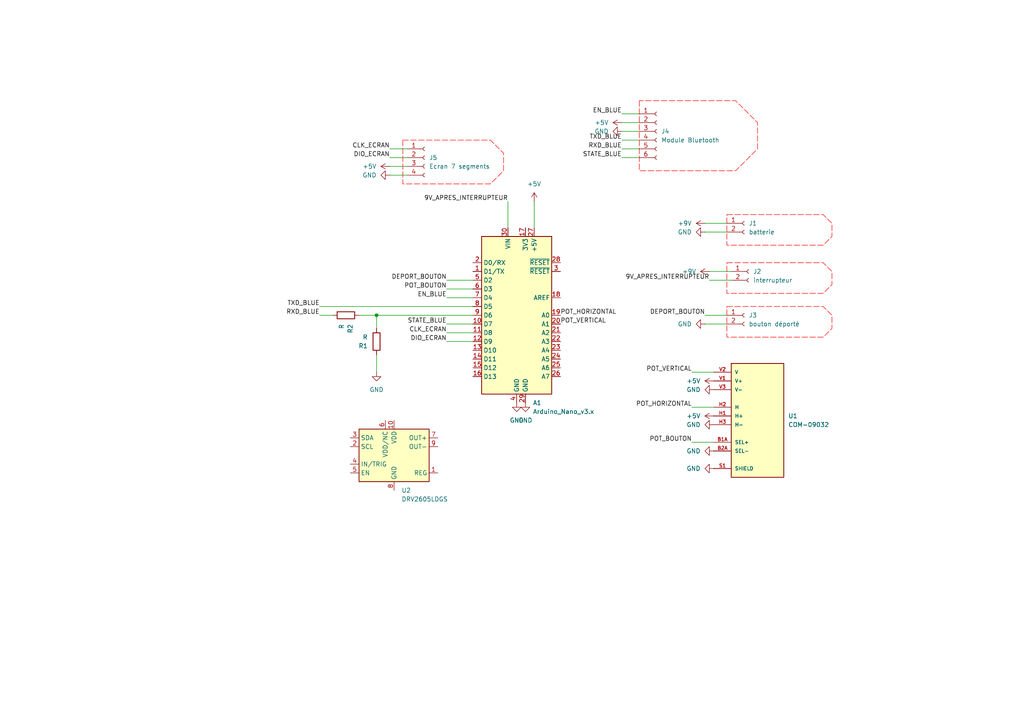
<source format=kicad_sch>
(kicad_sch (version 20250114) (generator "eeschema") (generator_version "9.0")
  (paper "A4")
  (lib_symbols
    (symbol "COM-09032:COM-09032" (pin_names (offset 1.016))
      (property "Reference" "U" (at -7.62 16.002 0))
      (property "Value" "COM-09032" (at -7.62 -20.32 0))
      (symbol "COM-09032_0_0"
        (rectangle (start -7.62 -17.78) (end 7.62 15.24) (stroke (width 0.254)) (fill (type background)))
        (pin passive line (at -12.7 12.7 0) (length 5.08) (name "V") (number "V2"))
        (pin passive line (at -12.7 10.16 0) (length 5.08) (name "V+") (number "V1"))
        (pin passive line (at -12.7 7.62 0) (length 5.08) (name "V-") (number "V3"))
        (pin passive line (at -12.7 2.54 0) (length 5.08) (name "H") (number "H2"))
        (pin passive line (at -12.7 0 0) (length 5.08) (name "H+") (number "H1"))
        (pin passive line (at -12.7 -2.54 0) (length 5.08) (name "H-") (number "H3"))
        (pin passive line (at -12.7 -7.62 0) (length 5.08) (name "SEL+") (number "B1A"))
        (pin passive line (at -12.7 -10.16 0) (length 5.08) (name "SEL-") (number "B2A"))
        (pin passive line (at -12.7 -15.24 0) (length 5.08) (name "SHIELD") (number "S1"))
        (pin passive line (at -12.7 -15.24 0) (length 5.08) (hide yes) (name "SHIELD") (number "S2"))
        (pin passive line (at -12.7 -15.24 0) (length 5.08) (hide yes) (name "SHIELD") (number "S3"))
        (pin passive line (at -12.7 -15.24 0) (length 5.08) (hide yes) (name "SHIELD") (number "S4"))
      )
    )
    (symbol "Connector:Conn_01x02_Socket" (pin_names (offset 1.016) (hide yes))
      (property "Reference" "J" (at 0 2.54 0))
      (property "Value" "Conn_01x02_Socket" (at 0 -5.08 0))
      (symbol "Conn_01x02_Socket_1_1"
        (polyline (pts (xy -1.27 0) (xy -0.508 0)) (stroke (width 0.1524)))
        (polyline (pts (xy -1.27 -2.54) (xy -0.508 -2.54)) (stroke (width 0.1524)))
        (arc (start 0 -0.508) (mid -0.5058 0) (end 0 0.508) (stroke (width 0.1524)))
        (arc (start 0 -3.048) (mid -0.5058 -2.54) (end 0 -2.032) (stroke (width 0.1524)))
        (pin passive line (at -5.08 0 0) (length 3.81) (name "Pin_1") (number "1"))
        (pin passive line (at -5.08 -2.54 0) (length 3.81) (name "Pin_2") (number "2"))
      )
    )
    (symbol "Connector:Conn_01x04_Socket" (pin_names (offset 1.016) (hide yes))
      (property "Reference" "J" (at 0 5.08 0))
      (property "Value" "Conn_01x04_Socket" (at 0 -7.62 0))
      (symbol "Conn_01x04_Socket_1_1"
        (polyline (pts (xy -1.27 2.54) (xy -0.508 2.54)) (stroke (width 0.1524)))
        (polyline (pts (xy -1.27 0) (xy -0.508 0)) (stroke (width 0.1524)))
        (polyline (pts (xy -1.27 -2.54) (xy -0.508 -2.54)) (stroke (width 0.1524)))
        (polyline (pts (xy -1.27 -5.08) (xy -0.508 -5.08)) (stroke (width 0.1524)))
        (arc (start 0 2.032) (mid -0.5058 2.54) (end 0 3.048) (stroke (width 0.1524)))
        (arc (start 0 -0.508) (mid -0.5058 0) (end 0 0.508) (stroke (width 0.1524)))
        (arc (start 0 -3.048) (mid -0.5058 -2.54) (end 0 -2.032) (stroke (width 0.1524)))
        (arc (start 0 -5.588) (mid -0.5058 -5.08) (end 0 -4.572) (stroke (width 0.1524)))
        (pin passive line (at -5.08 2.54 0) (length 3.81) (name "Pin_1") (number "1"))
        (pin passive line (at -5.08 0 0) (length 3.81) (name "Pin_2") (number "2"))
        (pin passive line (at -5.08 -2.54 0) (length 3.81) (name "Pin_3") (number "3"))
        (pin passive line (at -5.08 -5.08 0) (length 3.81) (name "Pin_4") (number "4"))
      )
    )
    (symbol "Connector:Conn_01x06_Socket" (pin_names (offset 1.016) (hide yes))
      (property "Reference" "J" (at 0 7.62 0))
      (property "Value" "Conn_01x06_Socket" (at 0 -10.16 0))
      (symbol "Conn_01x06_Socket_1_1"
        (polyline (pts (xy -1.27 5.08) (xy -0.508 5.08)) (stroke (width 0.1524)))
        (polyline (pts (xy -1.27 2.54) (xy -0.508 2.54)) (stroke (width 0.1524)))
        (polyline (pts (xy -1.27 0) (xy -0.508 0)) (stroke (width 0.1524)))
        (polyline (pts (xy -1.27 -2.54) (xy -0.508 -2.54)) (stroke (width 0.1524)))
        (polyline (pts (xy -1.27 -5.08) (xy -0.508 -5.08)) (stroke (width 0.1524)))
        (polyline (pts (xy -1.27 -7.62) (xy -0.508 -7.62)) (stroke (width 0.1524)))
        (arc (start 0 4.572) (mid -0.5058 5.08) (end 0 5.588) (stroke (width 0.1524)))
        (arc (start 0 2.032) (mid -0.5058 2.54) (end 0 3.048) (stroke (width 0.1524)))
        (arc (start 0 -0.508) (mid -0.5058 0) (end 0 0.508) (stroke (width 0.1524)))
        (arc (start 0 -3.048) (mid -0.5058 -2.54) (end 0 -2.032) (stroke (width 0.1524)))
        (arc (start 0 -5.588) (mid -0.5058 -5.08) (end 0 -4.572) (stroke (width 0.1524)))
        (arc (start 0 -8.128) (mid -0.5058 -7.62) (end 0 -7.112) (stroke (width 0.1524)))
        (pin passive line (at -5.08 5.08 0) (length 3.81) (name "Pin_1") (number "1"))
        (pin passive line (at -5.08 2.54 0) (length 3.81) (name "Pin_2") (number "2"))
        (pin passive line (at -5.08 0 0) (length 3.81) (name "Pin_3") (number "3"))
        (pin passive line (at -5.08 -2.54 0) (length 3.81) (name "Pin_4") (number "4"))
        (pin passive line (at -5.08 -5.08 0) (length 3.81) (name "Pin_5") (number "5"))
        (pin passive line (at -5.08 -7.62 0) (length 3.81) (name "Pin_6") (number "6"))
      )
    )
    (symbol "Device:R" (pin_numbers (hide yes)) (pin_names (offset 0))
      (property "Reference" "R" (at 2.032 0 90))
      (property "Value" "R" (at 0 0 90))
      (symbol "R_0_1"
        (rectangle (start -1.016 -2.54) (end 1.016 2.54) (stroke (width 0.254)))
      )
      (symbol "R_1_1"
        (pin passive line (at 0 3.81 270) (length 1.27) (name "~") (number "1"))
        (pin passive line (at 0 -3.81 90) (length 1.27) (name "~") (number "2"))
      )
    )
    (symbol "Driver_Haptic:DRV2605LDGS"
      (property "Reference" "U" (at -10.16 8.255 0))
      (property "Value" "DRV2605LDGS" (at 2.54 -8.89 0))
      (symbol "DRV2605LDGS_0_1"
        (rectangle (start -10.16 7.62) (end 10.16 -7.62) (stroke (width 0.254)) (fill (type background)))
      )
      (symbol "DRV2605LDGS_1_1"
        (pin bidirectional line (at -12.7 5.08 0) (length 2.54) (name "SDA") (number "3"))
        (pin input line (at -12.7 2.54 0) (length 2.54) (name "SCL") (number "2"))
        (pin input line (at -12.7 -2.54 0) (length 2.54) (name "IN/TRIG") (number "4"))
        (pin input line (at -12.7 -5.08 0) (length 2.54) (name "EN") (number "5"))
        (pin power_in line (at -2.54 10.16 270) (length 2.54) (name "VDD/NC") (number "6"))
        (pin power_in line (at 0 10.16 270) (length 2.54) (name "VDD") (number "10"))
        (pin power_in line (at 0 -10.16 90) (length 2.54) (name "GND") (number "8"))
        (pin output line (at 12.7 5.08 180) (length 2.54) (name "OUT+") (number "7"))
        (pin output line (at 12.7 2.54 180) (length 2.54) (name "OUT-") (number "9"))
        (pin passive line (at 12.7 -5.08 180) (length 2.54) (name "REG") (number "1"))
      )
    )
    (symbol "MCU_Module:Arduino_Nano_v3.x"
      (property "Reference" "A" (at -10.16 23.495 0))
      (property "Value" "Arduino_Nano_v3.x" (at 5.08 -24.13 0))
      (symbol "Arduino_Nano_v3.x_0_1"
        (rectangle (start -10.16 22.86) (end 10.16 -22.86) (stroke (width 0.254)) (fill (type background)))
      )
      (symbol "Arduino_Nano_v3.x_1_1"
        (pin bidirectional line (at -12.7 15.24 0) (length 2.54) (name "D0/RX") (number "2"))
        (pin bidirectional line (at -12.7 12.7 0) (length 2.54) (name "D1/TX") (number "1"))
        (pin bidirectional line (at -12.7 10.16 0) (length 2.54) (name "D2") (number "5"))
        (pin bidirectional line (at -12.7 7.62 0) (length 2.54) (name "D3") (number "6"))
        (pin bidirectional line (at -12.7 5.08 0) (length 2.54) (name "D4") (number "7"))
        (pin bidirectional line (at -12.7 2.54 0) (length 2.54) (name "D5") (number "8"))
        (pin bidirectional line (at -12.7 0 0) (length 2.54) (name "D6") (number "9"))
        (pin bidirectional line (at -12.7 -2.54 0) (length 2.54) (name "D7") (number "10"))
        (pin bidirectional line (at -12.7 -5.08 0) (length 2.54) (name "D8") (number "11"))
        (pin bidirectional line (at -12.7 -7.62 0) (length 2.54) (name "D9") (number "12"))
        (pin bidirectional line (at -12.7 -10.16 0) (length 2.54) (name "D10") (number "13"))
        (pin bidirectional line (at -12.7 -12.7 0) (length 2.54) (name "D11") (number "14"))
        (pin bidirectional line (at -12.7 -15.24 0) (length 2.54) (name "D12") (number "15"))
        (pin bidirectional line (at -12.7 -17.78 0) (length 2.54) (name "D13") (number "16"))
        (pin power_in line (at -2.54 25.4 270) (length 2.54) (name "VIN") (number "30"))
        (pin power_in line (at 0 -25.4 90) (length 2.54) (name "GND") (number "4"))
        (pin power_out line (at 2.54 25.4 270) (length 2.54) (name "3V3") (number "17"))
        (pin power_in line (at 2.54 -25.4 90) (length 2.54) (name "GND") (number "29"))
        (pin power_out line (at 5.08 25.4 270) (length 2.54) (name "+5V") (number "27"))
        (pin input line (at 12.7 15.24 180) (length 2.54) (name "~{RESET}") (number "28"))
        (pin input line (at 12.7 12.7 180) (length 2.54) (name "~{RESET}") (number "3"))
        (pin input line (at 12.7 5.08 180) (length 2.54) (name "AREF") (number "18"))
        (pin bidirectional line (at 12.7 0 180) (length 2.54) (name "A0") (number "19"))
        (pin bidirectional line (at 12.7 -2.54 180) (length 2.54) (name "A1") (number "20"))
        (pin bidirectional line (at 12.7 -5.08 180) (length 2.54) (name "A2") (number "21"))
        (pin bidirectional line (at 12.7 -7.62 180) (length 2.54) (name "A3") (number "22"))
        (pin bidirectional line (at 12.7 -10.16 180) (length 2.54) (name "A4") (number "23"))
        (pin bidirectional line (at 12.7 -12.7 180) (length 2.54) (name "A5") (number "24"))
        (pin bidirectional line (at 12.7 -15.24 180) (length 2.54) (name "A6") (number "25"))
        (pin bidirectional line (at 12.7 -17.78 180) (length 2.54) (name "A7") (number "26"))
      )
    )
    (symbol "power:+5V" (power) (pin_numbers (hide yes)) (pin_names (offset 0) (hide yes))
      (property "Value" "+5V" (at 0 3.556 0))
      (symbol "+5V_0_1"
        (polyline (pts (xy -0.762 1.27) (xy 0 2.54)))
        (polyline (pts (xy 0 2.54) (xy 0.762 1.27)))
        (polyline (pts (xy 0 0) (xy 0 2.54)))
      )
      (symbol "+5V_1_1"
        (pin power_in line (at 0 0 90) (length 0) (name "~") (number "1"))
      )
    )
    (symbol "power:+9V" (power) (pin_numbers (hide yes)) (pin_names (offset 0) (hide yes))
      (property "Value" "+9V" (at 0 3.556 0))
      (symbol "+9V_0_1"
        (polyline (pts (xy -0.762 1.27) (xy 0 2.54)))
        (polyline (pts (xy 0 2.54) (xy 0.762 1.27)))
        (polyline (pts (xy 0 0) (xy 0 2.54)))
      )
      (symbol "+9V_1_1"
        (pin power_in line (at 0 0 90) (length 0) (name "~") (number "1"))
      )
    )
    (symbol "power:GND" (power) (pin_numbers (hide yes)) (pin_names (offset 0) (hide yes))
      (property "Value" "GND" (at 0 -3.81 0))
      (symbol "GND_0_1"
        (polyline (pts (xy 0 0) (xy 0 -1.27) (xy 1.27 -1.27) (xy 0 -2.54) (xy -1.27 -1.27) (xy 0 -1.27)))
      )
      (symbol "GND_1_1"
        (pin power_in line (at 0 0 270) (length 0) (name "~") (number "1"))
      )
    )
  )
  (junction (at 109.22 91.44))
  (wire (pts (xy 129.54 83.82) (xy 137.16 83.82)))
  (wire (pts (xy 104.14 91.44) (xy 109.22 91.44)))
  (wire (pts (xy 129.54 86.36) (xy 137.16 86.36)))
  (wire (pts (xy 113.03 45.72) (xy 118.11 45.72)))
  (wire (pts (xy 200.66 107.95) (xy 207.01 107.95)))
  (wire (pts (xy 129.54 81.28) (xy 137.16 81.28)))
  (wire (pts (xy 154.94 58.42) (xy 154.94 66.04)))
  (wire (pts (xy 147.32 58.42) (xy 147.32 66.04)))
  (wire (pts (xy 180.34 45.72) (xy 185.42 45.72)))
  (wire (pts (xy 109.22 107.95) (xy 109.22 102.87)))
  (wire (pts (xy 205.74 78.74) (xy 212.09 78.74)))
  (wire (pts (xy 92.71 88.9) (xy 137.16 88.9)))
  (wire (pts (xy 180.34 40.64) (xy 185.42 40.64)))
  (wire (pts (xy 204.47 93.98) (xy 210.82 93.98)))
  (wire (pts (xy 204.47 67.31) (xy 210.82 67.31)))
  (wire (pts (xy 200.66 128.27) (xy 207.01 128.27)))
  (wire (pts (xy 204.47 91.44) (xy 210.82 91.44)))
  (wire (pts (xy 205.74 81.28) (xy 212.09 81.28)))
  (wire (pts (xy 180.34 33.02) (xy 185.42 33.02)))
  (wire (pts (xy 109.22 95.25) (xy 109.22 91.44)))
  (wire (pts (xy 180.34 38.1) (xy 185.42 38.1)))
  (wire (pts (xy 180.34 43.18) (xy 185.42 43.18)))
  (wire (pts (xy 113.03 48.26) (xy 118.11 48.26)))
  (wire (pts (xy 109.22 91.44) (xy 137.16 91.44)))
  (wire (pts (xy 204.47 64.77) (xy 210.82 64.77)))
  (wire (pts (xy 96.52 91.44) (xy 92.71 91.44)))
  (wire (pts (xy 129.54 99.06) (xy 137.16 99.06)))
  (wire (pts (xy 180.34 35.56) (xy 185.42 35.56)))
  (wire (pts (xy 129.54 96.52) (xy 137.16 96.52)))
  (wire (pts (xy 113.03 50.8) (xy 118.11 50.8)))
  (wire (pts (xy 129.54 93.98) (xy 137.16 93.98)))
  (wire (pts (xy 113.03 43.18) (xy 118.11 43.18)))
  (wire (pts (xy 200.66 118.11) (xy 207.01 118.11)))
  (label "DIO_ECRAN" (at 129.54 99.06 180))
  (label "DEPORT_BOUTON" (at 129.54 81.28 180))
  (label "STATE_BLUE" (at 129.54 93.98 180))
  (label "CLK_ECRAN" (at 113.03 43.18 180))
  (label "POT_HORIZONTAL" (at 162.56 91.44 0))
  (label "TXD_BLUE" (at 92.71 88.9 180))
  (label "TXD_BLUE" (at 180.34 40.64 180))
  (label "POT_BOUTON" (at 129.54 83.82 180))
  (label "9V_APRES_INTERRUPTEUR" (at 147.32 58.42 180))
  (label "EN_BLUE" (at 129.54 86.36 180))
  (label "CLK_ECRAN" (at 129.54 96.52 180))
  (label "9V_APRES_INTERRUPTEUR" (at 205.74 81.28 180))
  (label "RXD_BLUE" (at 180.34 43.18 180))
  (label "POT_VERTICAL" (at 162.56 93.98 0))
  (label "EN_BLUE" (at 180.34 33.02 180))
  (label "STATE_BLUE" (at 180.34 45.72 180))
  (label "POT_VERTICAL" (at 200.66 107.95 180))
  (label "RXD_BLUE" (at 92.71 91.44 180))
  (label "DIO_ECRAN" (at 113.03 45.72 180))
  (label "POT_BOUTON" (at 200.66 128.27 180))
  (label "POT_HORIZONTAL" (at 200.66 118.11 180))
  (label "DEPORT_BOUTON" (at 204.47 91.44 180))
  (rule_area (polyline (pts (xy 185.42 29.21) (xy 185.42 49.53) (xy 213.36 49.53) (xy 219.71 43.18) (xy 219.71 35.56) (xy 213.36 29.21)) (stroke (width 0) (type dash))))
  (rule_area (polyline (pts (xy 116.84 40.64) (xy 116.84 53.34) (xy 142.24 53.34) (xy 146.05 49.53) (xy 146.05 44.45) (xy 142.24 40.64)) (stroke (width 0) (type dash))))
  (rule_area (polyline (pts (xy 210.82 62.23) (xy 238.76 62.23) (xy 241.3 64.77) (xy 241.3 68.58) (xy 238.76 71.12) (xy 210.82 71.12)) (stroke (width 0) (type dash))))
  (rule_area (polyline (pts (xy 210.82 76.2) (xy 238.76 76.2) (xy 241.3 78.74) (xy 241.3 82.55) (xy 238.76 85.09) (xy 210.82 85.09)) (stroke (width 0) (type dash))))
  (rule_area (polyline (pts (xy 210.82 88.9) (xy 238.76 88.9) (xy 241.3 91.44) (xy 241.3 95.25) (xy 238.76 97.79) (xy 210.82 97.79)) (stroke (width 0) (type dash))))
  (symbol (lib_id "power:+5V") (at 180.34 35.56 90) (unit 1)
    (property "Reference" "#PWR09" (effects (hide yes)))
    (property "Value" "+5V" (at 176.53 35.5599 90) (effects (justify left)))
    (property "Description" "Power symbol creates a global label with name \"+5V\"" (effects (hide yes)))
  )
  (symbol (lib_id "power:GND") (at 109.22 107.95 0) (unit 1)
    (property "Reference" "#PWR018" (effects (hide yes)))
    (property "Value" "GND" (at 109.22 113.03 0))
    (property "Description" "Power symbol creates a global label with name \"GND\" , ground" (effects (hide yes)))
  )
  (symbol (lib_id "power:GND") (at 207.01 135.89 270) (unit 1)
    (property "Reference" "#PWR015" (effects (hide yes)))
    (property "Value" "GND" (at 203.2 135.8899 90) (effects (justify right)))
    (property "Description" "Power symbol creates a global label with name \"GND\" , ground" (effects (hide yes)))
  )
  (symbol (lib_id "Connector:Conn_01x04_Socket") (at 123.19 45.72 0) (unit 1)
    (property "Reference" "J5" (at 124.46 45.7199 0) (effects (justify left)))
    (property "Value" "Ecran 7 segments" (at 124.46 48.2599 0) (effects (justify left)))
    (property "Footprint" "Connector_PinSocket_2.54mm:PinSocket_1x04_P2.54mm_Vertical" (effects (hide yes)))
    (property "Description" "Generic connector, single row, 01x04, script generated" (effects (hide yes)))
  )
  (symbol (lib_id "Connector:Conn_01x06_Socket") (at 190.5 38.1 0) (unit 1)
    (property "Reference" "J4" (at 191.77 38.0999 0) (effects (justify left)))
    (property "Value" "Module Bluetooth" (at 191.77 40.6399 0) (effects (justify left)))
    (property "Footprint" "Connector_PinSocket_2.54mm:PinSocket_1x06_P2.54mm_Horizontal" (effects (hide yes)))
    (property "Description" "Generic connector, single row, 01x06, script generated" (effects (hide yes)))
  )
  (symbol (lib_id "power:GND") (at 204.47 67.31 270) (unit 1)
    (property "Reference" "#PWR06" (effects (hide yes)))
    (property "Value" "GND" (at 200.66 67.3099 90) (effects (justify right)))
    (property "Description" "Power symbol creates a global label with name \"GND\" , ground" (effects (hide yes)))
  )
  (symbol (lib_id "Device:R") (at 109.22 99.06 180) (unit 1)
    (property "Reference" "R1" (at 106.68 100.3301 0) (effects (justify left)))
    (property "Value" "R" (at 106.68 97.7901 0) (effects (justify left)))
    (property "Footprint" "Resistor_THT:R_Axial_DIN0207_L6.3mm_D2.5mm_P10.16mm_Horizontal" (effects (hide yes)))
    (property "Description" "Resistor" (effects (hide yes)))
  )
  (symbol (lib_id "Connector:Conn_01x02_Socket") (at 215.9 91.44 0) (unit 1)
    (property "Reference" "J3" (at 217.17 91.4399 0) (effects (justify left)))
    (property "Value" "bouton déporté" (at 217.17 93.9799 0) (effects (justify left)))
    (property "Footprint" "Connector_JST:JST_XH_B2B-XH-A_1x02_P2.50mm_Vertical" (effects (hide yes)))
    (property "Description" "Generic connector, single row, 01x02, script generated" (effects (hide yes)))
  )
  (symbol (lib_id "Connector:Conn_01x02_Socket") (at 217.17 78.74 0) (unit 1)
    (property "Reference" "J2" (at 218.44 78.7399 0) (effects (justify left)))
    (property "Value" "interrupteur" (at 218.44 81.2799 0) (effects (justify left)))
    (property "Footprint" "Connector_JST:JST_XH_B2B-XH-A_1x02_P2.50mm_Vertical" (effects (hide yes)))
    (property "Description" "Generic connector, single row, 01x02, script generated" (effects (hide yes)))
  )
  (symbol (lib_id "Device:R") (at 100.33 91.44 270) (unit 1)
    (property "Reference" "R2" (at 101.6001 93.98 0) (effects (justify left)))
    (property "Value" "R" (at 99.0601 93.98 0) (effects (justify left)))
    (property "Footprint" "Resistor_THT:R_Axial_DIN0207_L6.3mm_D2.5mm_P10.16mm_Horizontal" (effects (hide yes)))
    (property "Description" "Resistor" (effects (hide yes)))
  )
  (symbol (lib_id "power:+5V") (at 207.01 120.65 90) (unit 1)
    (property "Reference" "#PWR017" (effects (hide yes)))
    (property "Value" "+5V" (at 203.2 120.6499 90) (effects (justify left)))
    (property "Description" "Power symbol creates a global label with name \"+5V\"" (effects (hide yes)))
  )
  (symbol (lib_id "power:GND") (at 207.01 123.19 270) (unit 1)
    (property "Reference" "#PWR013" (effects (hide yes)))
    (property "Value" "GND" (at 203.2 123.1899 90) (effects (justify right)))
    (property "Description" "Power symbol creates a global label with name \"GND\" , ground" (effects (hide yes)))
  )
  (symbol (lib_id "power:GND") (at 149.86 116.84 0) (unit 1)
    (property "Reference" "#PWR04" (effects (hide yes)))
    (property "Value" "GND" (at 149.86 121.92 0))
    (property "Description" "Power symbol creates a global label with name \"GND\" , ground" (effects (hide yes)))
  )
  (symbol (lib_id "Connector:Conn_01x02_Socket") (at 215.9 64.77 0) (unit 1)
    (property "Reference" "J1" (at 217.17 64.7699 0) (effects (justify left)))
    (property "Value" "batterie" (at 217.17 67.3099 0) (effects (justify left)))
    (property "Footprint" "Connector_JST:JST_XH_B2B-XH-A_1x02_P2.50mm_Vertical" (effects (hide yes)))
    (property "Description" "Generic connector, single row, 01x02, script generated" (effects (hide yes)))
  )
  (symbol (lib_id "power:GND") (at 152.4 116.84 0) (unit 1)
    (property "Reference" "#PWR03" (effects (hide yes)))
    (property "Value" "GND" (at 152.4 121.92 0))
    (property "Description" "Power symbol creates a global label with name \"GND\" , ground" (effects (hide yes)))
  )
  (symbol (lib_id "power:GND") (at 204.47 93.98 270) (unit 1)
    (property "Reference" "#PWR05" (effects (hide yes)))
    (property "Value" "GND" (at 200.66 93.9799 90) (effects (justify right)))
    (property "Description" "Power symbol creates a global label with name \"GND\" , ground" (effects (hide yes)))
  )
  (symbol (lib_id "power:GND") (at 207.01 113.03 270) (unit 1)
    (property "Reference" "#PWR012" (effects (hide yes)))
    (property "Value" "GND" (at 203.2 113.0299 90) (effects (justify right)))
    (property "Description" "Power symbol creates a global label with name \"GND\" , ground" (effects (hide yes)))
  )
  (symbol (lib_id "MCU_Module:Arduino_Nano_v3.x") (at 149.86 91.44 0) (unit 1)
    (property "Reference" "A1" (at 154.5433 116.84 0) (effects (justify left)))
    (property "Value" "Arduino_Nano_v3.x" (at 154.5433 119.38 0) (effects (justify left)))
    (property "Footprint" "Module:Arduino_Nano" (effects (hide yes)))
    (property "Datasheet" "http://www.mouser.com/pdfdocs/Gravitech_Arduino_Nano3_0.pdf" (effects (hide yes)))
    (property "Description" "Arduino Nano v3.x" (effects (hide yes)))
  )
  (symbol (lib_id "power:+5V") (at 207.01 110.49 90) (unit 1)
    (property "Reference" "#PWR016" (effects (hide yes)))
    (property "Value" "+5V" (at 203.2 110.4899 90) (effects (justify left)))
    (property "Description" "Power symbol creates a global label with name \"+5V\"" (effects (hide yes)))
  )
  (symbol (lib_id "power:+5V") (at 113.03 48.26 90) (unit 1)
    (property "Reference" "#PWR02" (effects (hide yes)))
    (property "Value" "+5V" (at 109.22 48.2599 90) (effects (justify left)))
    (property "Description" "Power symbol creates a global label with name \"+5V\"" (effects (hide yes)))
  )
  (symbol (lib_id "power:+5V") (at 154.94 58.42 0) (unit 1)
    (property "Reference" "#PWR07" (effects (hide yes)))
    (property "Value" "+5V" (at 154.94 53.34 0))
    (property "Description" "Power symbol creates a global label with name \"+5V\"" (effects (hide yes)))
  )
  (symbol (lib_id "power:+9V") (at 205.74 78.74 90) (unit 1)
    (property "Reference" "#PWR011" (effects (hide yes)))
    (property "Value" "+9V" (at 201.93 78.7399 90) (effects (justify left)))
    (property "Description" "Power symbol creates a global label with name \"+9V\"" (effects (hide yes)))
  )
  (symbol (lib_id "COM-09032:COM-09032") (at 219.71 120.65 0) (unit 1)
    (property "Reference" "U1" (at 228.6 120.6499 0) (effects (justify left)))
    (property "Value" "COM-09032" (at 228.6 123.1899 0) (effects (justify left)))
    (property "Footprint" "COM-09032:XDCR_COM-09032" (effects (hide yes)))
    (property "MF" "SparkFun Electronics" (effects (hide yes)))
    (property "MAXIMUM_PACKAGE_HEIGHT" "30.1mm" (effects (hide yes)))
    (property "Package" "Package" (effects (hide yes)))
    (property "Price" "None" (effects (hide yes)))
    (property "Check_prices" "https://www.snapeda.com/parts/COM-09032/SparkFun/view-part/?ref=eda" (effects (hide yes)))
    (property "STANDARD" "Manufacturer Recommendations" (effects (hide yes)))
    (property "PARTREV" "N/A" (effects (hide yes)))
    (property "SnapEDA_Link" "https://www.snapeda.com/parts/COM-09032/SparkFun/view-part/?ref=snap" (effects (hide yes)))
    (property "MP" "COM-09032" (effects (hide yes)))
    (property "Purchase-URL" "https://www.snapeda.com/api/url_track_click_mouser/?unipart_id=888157&manufacturer=SparkFun Electronics&part_name=COM-09032&search_term=com-09032" (effects (hide yes)))
    (property "Description_1" "Joystick, 2 - Axis Analog (Resistive) Output" (effects (hide yes)))
    (property "Availability" "Not in stock" (effects (hide yes)))
    (property "MANUFACTURER" "SparkFun Electronics" (effects (hide yes)))
  )
  (symbol (lib_id "power:GND") (at 113.03 50.8 270) (unit 1)
    (property "Reference" "#PWR08" (effects (hide yes)))
    (property "Value" "GND" (at 109.22 50.7999 90) (effects (justify right)))
    (property "Description" "Power symbol creates a global label with name \"GND\" , ground" (effects (hide yes)))
  )
  (symbol (lib_id "power:+9V") (at 204.47 64.77 90) (unit 1)
    (property "Reference" "#PWR01" (effects (hide yes)))
    (property "Value" "+9V" (at 200.66 64.7699 90) (effects (justify left)))
    (property "Description" "Power symbol creates a global label with name \"+9V\"" (effects (hide yes)))
  )
  (symbol (lib_id "power:GND") (at 180.34 38.1 270) (unit 1)
    (property "Reference" "#PWR010" (effects (hide yes)))
    (property "Value" "GND" (at 176.53 38.0999 90) (effects (justify right)))
    (property "Description" "Power symbol creates a global label with name \"GND\" , ground" (effects (hide yes)))
  )
  (symbol (lib_id "Driver_Haptic:DRV2605LDGS") (at 114.3 132.08 0) (unit 1)
    (property "Reference" "U2" (at 116.4433 142.24 0) (effects (justify left)))
    (property "Value" "DRV2605LDGS" (at 116.4433 144.78 0) (effects (justify left)))
    (property "Footprint" "Package_SO:VSSOP-10_3x3mm_P0.5mm" (effects (hide yes)))
    (property "Datasheet" "http://www.ti.com/lit/ds/symlink/drv2605l.pdf" (effects (hide yes)))
    (property "Description" "Haptic driver for LRAs and ERMs with effect library, 2-5.2V, VSSOP-10" (effects (hide yes)))
  )
  (symbol (lib_id "power:GND") (at 207.01 130.81 270) (unit 1)
    (property "Reference" "#PWR014" (effects (hide yes)))
    (property "Value" "GND" (at 203.2 130.8099 90) (effects (justify right)))
    (property "Description" "Power symbol creates a global label with name \"GND\" , ground" (effects (hide yes)))
  )
)
</source>
